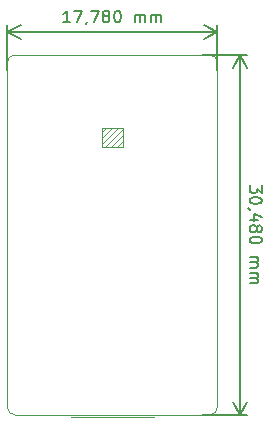
<source format=gbr>
%TF.GenerationSoftware,KiCad,Pcbnew,5.1.5+dfsg1-2~bpo10+1*%
%TF.CreationDate,Date%
%TF.ProjectId,ProMicro_GPS,50726f4d-6963-4726-9f5f-4750532e6b69,v3.1*%
%TF.SameCoordinates,Original*%
%TF.FileFunction,OtherDrawing,Comment*%
%FSLAX45Y45*%
G04 Gerber Fmt 4.5, Leading zero omitted, Abs format (unit mm)*
G04 Created by KiCad*
%MOMM*%
%LPD*%
G04 APERTURE LIST*
%ADD10C,0.100000*%
%ADD11C,0.150000*%
%ADD12C,0.050000*%
G04 APERTURE END LIST*
D10*
X127000Y2857500D02*
X127000Y-63500D01*
D11*
X502262Y1816048D02*
X502262Y1754143D01*
X464167Y1787476D01*
X464167Y1773190D01*
X459405Y1763667D01*
X454643Y1758905D01*
X445119Y1754143D01*
X421309Y1754143D01*
X411786Y1758905D01*
X407024Y1763667D01*
X402262Y1773190D01*
X402262Y1801762D01*
X407024Y1811286D01*
X411786Y1816048D01*
X502262Y1692238D02*
X502262Y1682714D01*
X497500Y1673190D01*
X492738Y1668429D01*
X483214Y1663667D01*
X464167Y1658905D01*
X440357Y1658905D01*
X421309Y1663667D01*
X411786Y1668429D01*
X407024Y1673190D01*
X402262Y1682714D01*
X402262Y1692238D01*
X407024Y1701762D01*
X411786Y1706524D01*
X421309Y1711286D01*
X440357Y1716048D01*
X464167Y1716048D01*
X483214Y1711286D01*
X492738Y1706524D01*
X497500Y1701762D01*
X502262Y1692238D01*
X407024Y1611286D02*
X402262Y1611286D01*
X392738Y1616048D01*
X387976Y1620810D01*
X468928Y1525571D02*
X402262Y1525571D01*
X507024Y1549381D02*
X435595Y1573190D01*
X435595Y1511286D01*
X459405Y1458905D02*
X464167Y1468429D01*
X468928Y1473190D01*
X478452Y1477952D01*
X483214Y1477952D01*
X492738Y1473190D01*
X497500Y1468429D01*
X502262Y1458905D01*
X502262Y1439857D01*
X497500Y1430333D01*
X492738Y1425571D01*
X483214Y1420810D01*
X478452Y1420810D01*
X468928Y1425571D01*
X464167Y1430333D01*
X459405Y1439857D01*
X459405Y1458905D01*
X454643Y1468429D01*
X449881Y1473190D01*
X440357Y1477952D01*
X421309Y1477952D01*
X411786Y1473190D01*
X407024Y1468429D01*
X402262Y1458905D01*
X402262Y1439857D01*
X407024Y1430333D01*
X411786Y1425571D01*
X421309Y1420810D01*
X440357Y1420810D01*
X449881Y1425571D01*
X454643Y1430333D01*
X459405Y1439857D01*
X502262Y1358905D02*
X502262Y1349381D01*
X497500Y1339857D01*
X492738Y1335095D01*
X483214Y1330333D01*
X464167Y1325572D01*
X440357Y1325572D01*
X421309Y1330333D01*
X411786Y1335095D01*
X407024Y1339857D01*
X402262Y1349381D01*
X402262Y1358905D01*
X407024Y1368429D01*
X411786Y1373191D01*
X421309Y1377952D01*
X440357Y1382714D01*
X464167Y1382714D01*
X483214Y1377952D01*
X492738Y1373191D01*
X497500Y1368429D01*
X502262Y1358905D01*
X402262Y1206524D02*
X468928Y1206524D01*
X459405Y1206524D02*
X464167Y1201762D01*
X468928Y1192238D01*
X468928Y1177952D01*
X464167Y1168429D01*
X454643Y1163667D01*
X402262Y1163667D01*
X454643Y1163667D02*
X464167Y1158905D01*
X468928Y1149381D01*
X468928Y1135095D01*
X464167Y1125572D01*
X454643Y1120810D01*
X402262Y1120810D01*
X402262Y1073191D02*
X468928Y1073191D01*
X459405Y1073191D02*
X464167Y1068429D01*
X468928Y1058905D01*
X468928Y1044619D01*
X464167Y1035095D01*
X454643Y1030333D01*
X402262Y1030333D01*
X454643Y1030333D02*
X464167Y1025571D01*
X468928Y1016048D01*
X468928Y1001762D01*
X464167Y992238D01*
X454643Y987476D01*
X402262Y987476D01*
X317500Y2921000D02*
X317500Y-127000D01*
X0Y2921000D02*
X376142Y2921000D01*
X0Y-127000D02*
X376142Y-127000D01*
X317500Y-127000D02*
X258858Y-14350D01*
X317500Y-127000D02*
X376142Y-14350D01*
X317500Y2921000D02*
X258858Y2808350D01*
X317500Y2921000D02*
X376142Y2808350D01*
X-1119143Y3196262D02*
X-1176286Y3196262D01*
X-1147714Y3196262D02*
X-1147714Y3296262D01*
X-1157238Y3281976D01*
X-1166762Y3272452D01*
X-1176286Y3267690D01*
X-1085810Y3296262D02*
X-1019143Y3296262D01*
X-1062000Y3196262D01*
X-976286Y3201024D02*
X-976286Y3196262D01*
X-981048Y3186738D01*
X-985810Y3181976D01*
X-942952Y3296262D02*
X-876286Y3296262D01*
X-919143Y3196262D01*
X-823905Y3253405D02*
X-833429Y3258167D01*
X-838190Y3262929D01*
X-842952Y3272452D01*
X-842952Y3277214D01*
X-838190Y3286738D01*
X-833429Y3291500D01*
X-823905Y3296262D01*
X-804857Y3296262D01*
X-795333Y3291500D01*
X-790571Y3286738D01*
X-785810Y3277214D01*
X-785810Y3272452D01*
X-790571Y3262929D01*
X-795333Y3258167D01*
X-804857Y3253405D01*
X-823905Y3253405D01*
X-833429Y3248643D01*
X-838190Y3243881D01*
X-842952Y3234357D01*
X-842952Y3215310D01*
X-838190Y3205786D01*
X-833429Y3201024D01*
X-823905Y3196262D01*
X-804857Y3196262D01*
X-795333Y3201024D01*
X-790571Y3205786D01*
X-785810Y3215310D01*
X-785810Y3234357D01*
X-790571Y3243881D01*
X-795333Y3248643D01*
X-804857Y3253405D01*
X-723905Y3296262D02*
X-714381Y3296262D01*
X-704857Y3291500D01*
X-700095Y3286738D01*
X-695333Y3277214D01*
X-690572Y3258167D01*
X-690572Y3234357D01*
X-695333Y3215310D01*
X-700095Y3205786D01*
X-704857Y3201024D01*
X-714381Y3196262D01*
X-723905Y3196262D01*
X-733429Y3201024D01*
X-738190Y3205786D01*
X-742952Y3215310D01*
X-747714Y3234357D01*
X-747714Y3258167D01*
X-742952Y3277214D01*
X-738190Y3286738D01*
X-733429Y3291500D01*
X-723905Y3296262D01*
X-571524Y3196262D02*
X-571524Y3262929D01*
X-571524Y3253405D02*
X-566762Y3258167D01*
X-557238Y3262929D01*
X-542952Y3262929D01*
X-533429Y3258167D01*
X-528667Y3248643D01*
X-528667Y3196262D01*
X-528667Y3248643D02*
X-523905Y3258167D01*
X-514381Y3262929D01*
X-500095Y3262929D01*
X-490571Y3258167D01*
X-485810Y3248643D01*
X-485810Y3196262D01*
X-438190Y3196262D02*
X-438190Y3262929D01*
X-438190Y3253405D02*
X-433429Y3258167D01*
X-423905Y3262929D01*
X-409619Y3262929D01*
X-400095Y3258167D01*
X-395333Y3248643D01*
X-395333Y3196262D01*
X-395333Y3248643D02*
X-390571Y3258167D01*
X-381048Y3262929D01*
X-366762Y3262929D01*
X-357238Y3258167D01*
X-352476Y3248643D01*
X-352476Y3196262D01*
X-1651000Y3111500D02*
X127000Y3111500D01*
X-1651000Y2794000D02*
X-1651000Y3170142D01*
X127000Y2794000D02*
X127000Y3170142D01*
X127000Y3111500D02*
X14350Y3052858D01*
X127000Y3111500D02*
X14350Y3170142D01*
X-1651000Y3111500D02*
X-1538350Y3052858D01*
X-1651000Y3111500D02*
X-1538350Y3170142D01*
D10*
X-1587500Y-127000D02*
G75*
G02X-1651000Y-63500I0J63500D01*
G01*
X-1651000Y2857500D02*
G75*
G02X-1587500Y2921000I63500J0D01*
G01*
X63500Y2921000D02*
G75*
G02X127000Y2857500I0J-63500D01*
G01*
X127000Y-63500D02*
G75*
G02X63500Y-127000I-63500J0D01*
G01*
X-1587500Y2921000D02*
X63500Y2921000D01*
X-1651000Y-63500D02*
X-1651000Y2857500D01*
X63500Y-127000D02*
X-1587500Y-127000D01*
D12*
X-815500Y2302000D02*
X-849500Y2268000D01*
X-765500Y2302000D02*
X-849500Y2218000D01*
X-715500Y2302000D02*
X-849500Y2168000D01*
X-674500Y2293000D02*
X-824500Y2143000D01*
X-674500Y2243000D02*
X-774500Y2143000D01*
X-674500Y2193000D02*
X-724500Y2143000D01*
X-674500Y2302000D02*
X-674500Y2143000D01*
X-849500Y2143000D02*
X-674500Y2143000D01*
X-849500Y2302000D02*
X-849500Y2143000D01*
X-849500Y2302000D02*
X-674500Y2302000D01*
D10*
X-412000Y-146500D02*
X-1112000Y-146500D01*
M02*

</source>
